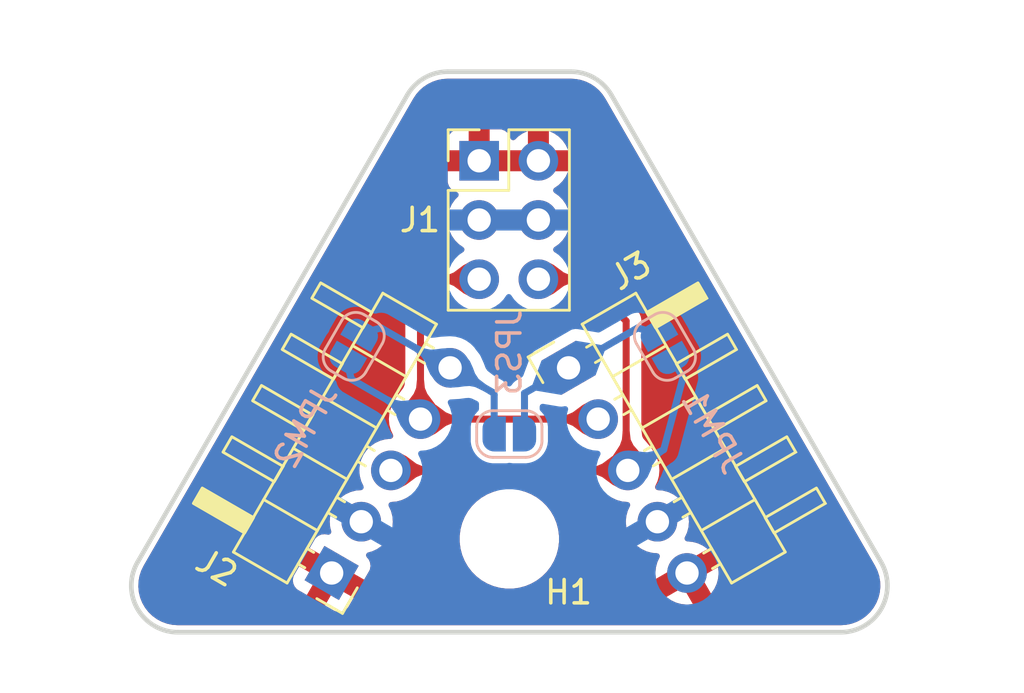
<source format=kicad_pcb>
(kicad_pcb (version 20240108) (generator "pcbnew") (generator_version "8.0")
  (layers (0 "F.Cu" signal) (31 "B.Cu" signal) (34 "B.Paste" user) (35 "F.Paste" user) (36 "B.SilkS" user "B.Silkscreen") (37 "F.SilkS" user "F.Silkscreen") (38 "B.Mask" user) (39 "F.Mask" user) (44 "Edge.Cuts" user))
  (net 0 "")
  (net 1 "DATA_OUT")
  (net 2 "+12V")
  (net 3 "GND")
  (net 4 "DATA_IN")
  (net 5 "DATA_LED_OUT")
  (net 6 "DATA_LED_IN")
  (footprint "User_Footprints:PinHeader_1x05_P2.54mm_Horizontal_short_Silk" (layer "F.Cu") (at 186.181996 74.957184 30)
    (property "Reference" "J3" (at 4.385 -2.27 30) (layer "F.SilkS") (effects (font (thickness 0.153))))
    (property "Value" "Conn_01x05")
    (fp_line (start -1.27 -1.27) (end 0 -1.27) (stroke (width 0.12)) (layer "F.SilkS"))
    (fp_line (start -1.27 0) (end -1.27 -1.27) (stroke (width 0.12)) (layer "F.SilkS"))
    (fp_line (start 1.44 -1.33) (end 1.44 11.49) (stroke (width 0.12)) (layer "F.SilkS"))
    (fp_line (start 1.11 -0.38) (end 1.440001 -0.38) (stroke (width 0.12)) (layer "F.SilkS"))
    (fp_line (start 1.11 0.38) (end 1.44 0.380001) (stroke (width 0.12)) (layer "F.SilkS"))
    (fp_line (start 1.44 1.27) (end 4.1 1.27) (stroke (width 0.12)) (layer "F.SilkS"))
    (fp_line (start 1.042929 2.16) (end 1.44 2.16) (stroke (width 0.12)) (layer "F.SilkS"))
    (fp_line (start 1.042929 2.92) (end 1.44 2.92) (stroke (width 0.12)) (layer "F.SilkS"))
    (fp_line (start 4.1 -1.33) (end 1.44 -1.33) (stroke (width 0.12)) (layer "F.SilkS"))
    (fp_line (start 1.44 3.81) (end 4.1 3.81) (stroke (width 0.12)) (layer "F.SilkS"))
    (fp_line (start 1.042929 4.7) (end 1.440001 4.7) (stroke (width 0.12)) (layer "F.SilkS"))
    (fp_line (start 1.042929 5.46) (end 1.44 5.46) (stroke (width 0.12)) (layer "F.SilkS"))
    (fp_line (start 1.440001 6.35) (end 4.1 6.35) (stroke (width 0.12)) (layer "F.SilkS"))
    (fp_line (start 1.042929 7.24) (end 1.44 7.24) (stroke (width 0.12)) (layer "F.SilkS"))
    (fp_line (start 1.042929 8) (end 1.44 8) (stroke (width 0.12)) (layer "F.SilkS"))
    (fp_line (start 1.44 8.89) (end 4.1 8.89) (stroke (width 0.12)) (layer "F.SilkS"))
    (fp_line (start 1.042929 9.78) (end 1.440001 9.78) (stroke (width 0.12)) (layer "F.SilkS"))
    (fp_line (start 1.042929 10.54) (end 1.44 10.54) (stroke (width 0.12)) (layer "F.SilkS"))
    (fp_line (start 1.44 11.49) (end 4.1 11.49) (stroke (width 0.12)) (layer "F.SilkS"))
    (fp_line (start 4.1 11.49) (end 4.1 -1.33) (stroke (width 0.12)) (layer "F.SilkS"))
    (fp_poly (pts (xy 4.0894 -0.381) (xy 6.6294 -0.381) (xy 6.6294 0.381) (xy 4.0894 0.381)) (stroke (width 0.12)) (fill solid) (layer "F.SilkS"))
    (fp_poly (pts (xy 4.0894 2.159) (xy 6.6294 2.159) (xy 6.6294 2.921) (xy 4.0894 2.921)) (stroke (width 0.12)) (fill none) (layer "F.SilkS"))
    (fp_poly (pts (xy 4.0894 4.699) (xy 6.6294 4.699) (xy 6.6294 5.461) (xy 4.0894 5.461)) (stroke (width 0.12)) (fill none) (layer "F.SilkS"))
    (fp_poly (pts (xy 4.0894 7.239) (xy 6.6294 7.239) (xy 6.6294 8.001) (xy 4.0894 8.001)) (stroke (width 0.12)) (fill none) (layer "F.SilkS"))
    (fp_poly (pts (xy 4.0894 9.778999) (xy 6.6294 9.779) (xy 6.6294 10.541) (xy 4.0894 10.541)) (stroke (width 0.12)) (fill none) (layer "F.SilkS"))
    (pad "1" thru_hole rect (at 0 0 30) (size 1.7 1.7) (drill 1) (layers "*.Cu" "*.Mask") (net 6 "DATA_LED_IN"))
    (pad "2" thru_hole oval (at 0 2.54 30) (size 1.7 1.7) (drill 1) (layers "*.Cu" "*.Mask") (net 1 "DATA_OUT"))
    (pad "3" thru_hole oval (at 0 5.08 30) (size 1.7 1.7) (drill 1) (layers "*.Cu" "*.Mask") (net 4 "DATA_IN"))
    (pad "4" thru_hole oval (at 0 7.62 30) (size 1.7 1.7) (drill 1) (layers "*.Cu" "*.Mask") (net 3 "GND"))
    (pad "5" thru_hole oval (at 0 10.16 30) (size 1.7 1.7) (drill 1) (layers "*.Cu" "*.Mask") (net 2 "+12V"))
  )
  (footprint "MountingHole:MountingHole_3.2mm_M3" (layer "F.Cu") (at 183.642 82.296)
    (property "Reference" "H1" (at 2.54 2.286 0) (layer "F.SilkS") (effects (font (thickness 0.153))))
    (property "Value" "MountingHole")
    (pad "" np_thru_hole circle (at 0 0) (size 3.6 3.6) (drill 3.6) (layers "F&B.Cu" "*.Mask"))
  )
  (footprint "User_Footprints:PinHeader_1x05_P2.54mm_Horizontal_short_Silk" (layer "F.Cu") (at 176.021997 83.756001 150)
    (property "Reference" "J2" (at 4.384999 -2.27 150) (layer "F.SilkS") (effects (font (thickness 0.153))))
    (property "Value" "Conn_01x05")
    (fp_line (start 4.1 -1.33) (end 1.44 -1.33) (stroke (width 0.12)) (layer "F.SilkS"))
    (fp_line (start 1.44 -1.33) (end 1.44 11.49) (stroke (width 0.12)) (layer "F.SilkS"))
    (fp_line (start 1.11 -0.38) (end 1.44 -0.380001) (stroke (width 0.12)) (layer "F.SilkS"))
    (fp_line (start 1.11 0.38) (end 1.440001 0.38) (stroke (width 0.12)) (layer "F.SilkS"))
    (fp_line (start 1.44 1.27) (end 4.1 1.27) (stroke (width 0.12)) (layer "F.SilkS"))
    (fp_line (start 1.042929 2.16) (end 1.44 2.16) (stroke (width 0.12)) (layer "F.SilkS"))
    (fp_line (start -1.27 -1.27) (end 0 -1.27) (stroke (width 0.12)) (layer "F.SilkS"))
    (fp_line (start 1.042929 2.92) (end 1.44 2.92) (stroke (width 0.12)) (layer "F.SilkS"))
    (fp_line (start 1.44 3.81) (end 4.1 3.81) (stroke (width 0.12)) (layer "F.SilkS"))
    (fp_line (start -1.27 0) (end -1.27 -1.27) (stroke (width 0.12)) (layer "F.SilkS"))
    (fp_line (start 1.042929 4.7) (end 1.44 4.699999) (stroke (width 0.12)) (layer "F.SilkS"))
    (fp_line (start 1.042929 5.46) (end 1.440001 5.46) (stroke (width 0.12)) (layer "F.SilkS"))
    (fp_line (start 1.44 6.35) (end 4.1 6.35) (stroke (width 0.12)) (layer "F.SilkS"))
    (fp_line (start 4.1 11.49) (end 4.1 -1.33) (stroke (width 0.12)) (layer "F.SilkS"))
    (fp_line (start 1.042929 7.24) (end 1.44 7.24) (stroke (width 0.12)) (layer "F.SilkS"))
    (fp_line (start 1.042929 8) (end 1.44 8) (stroke (width 0.12)) (layer "F.SilkS"))
    (fp_line (start 1.44 8.89) (end 4.1 8.89) (stroke (width 0.12)) (layer "F.SilkS"))
    (fp_line (start 1.042929 9.78) (end 1.44 9.779999) (stroke (width 0.12)) (layer "F.SilkS"))
    (fp_line (start 1.042929 10.54) (end 1.44 10.54) (stroke (width 0.12)) (layer "F.SilkS"))
    (fp_line (start 1.44 11.49) (end 4.1 11.49) (stroke (width 0.12)) (layer "F.SilkS"))
    (fp_poly (pts (xy 4.0894 -0.381) (xy 6.6294 -0.381) (xy 6.6294 0.381) (xy 4.0894 0.381)) (stroke (width 0.12)) (fill solid) (layer "F.SilkS"))
    (fp_poly (pts (xy 4.0894 2.159) (xy 6.6294 2.159) (xy 6.6294 2.921) (xy 4.0894 2.921)) (stroke (width 0.12)) (fill none) (layer "F.SilkS"))
    (fp_poly (pts (xy 4.0894 4.699) (xy 6.6294 4.699) (xy 6.6294 5.461) (xy 4.0894 5.461)) (stroke (width 0.12)) (fill none) (layer "F.SilkS"))
    (fp_poly (pts (xy 4.0894 7.239) (xy 6.6294 7.239) (xy 6.6294 8.001) (xy 4.0894 8.001)) (stroke (width 0.12)) (fill none) (layer "F.SilkS"))
    (fp_poly (pts (xy 4.0894 9.779) (xy 6.6294 9.779) (xy 6.6294 10.541) (xy 4.0894 10.541)) (stroke (width 0.12)) (fill none) (layer "F.SilkS"))
    (pad "1" thru_hole rect (at 0 0 150) (size 1.7 1.7) (drill 1) (layers "*.Cu" "*.Mask") (net 2 "+12V"))
    (pad "2" thru_hole oval (at 0 2.54 150) (size 1.7 1.7) (drill 1) (layers "*.Cu" "*.Mask") (net 3 "GND"))
    (pad "3" thru_hole oval (at 0 5.08 150) (size 1.7 1.7) (drill 1) (layers "*.Cu" "*.Mask") (net 4 "DATA_IN"))
    (pad "4" thru_hole oval (at 0 7.62 150) (size 1.7 1.7) (drill 1) (layers "*.Cu" "*.Mask") (net 1 "DATA_OUT"))
    (pad "5" thru_hole oval (at 0 10.16 150) (size 1.7 1.7) (drill 1) (layers "*.Cu" "*.Mask") (net 5 "DATA_LED_OUT"))
  )
  (footprint "Connector_PinHeader_2.54mm:PinHeader_2x03_P2.54mm_Vertical" (layer "F.Cu") (at 182.348566 66.077182)
    (property "Reference" "J1" (at -2.54 2.54 0) (layer "F.SilkS") (effects (font (thickness 0.153))))
    (property "Value" "Conn_02x03_Odd_Even")
    (fp_line (start -1.33 -1.33) (end 0 -1.33) (stroke (width 0.12)) (layer "F.SilkS"))
    (fp_line (start -1.33 0) (end -1.33 -1.33) (stroke (width 0.12)) (layer "F.SilkS"))
    (fp_line (start -1.33 1.270001) (end -1.33 6.409999) (stroke (width 0.12)) (layer "F.SilkS"))
    (fp_line (start -1.33 1.270001) (end 1.27 1.27) (stroke (width 0.12)) (layer "F.SilkS"))
    (fp_line (start -1.33 6.409999) (end 3.87 6.41) (stroke (width 0.12)) (layer "F.SilkS"))
    (fp_line (start 1.27 1.27) (end 1.270001 -1.33) (stroke (width 0.12)) (layer "F.SilkS"))
    (fp_line (start 1.270001 -1.33) (end 3.87 -1.33) (stroke (width 0.12)) (layer "F.SilkS"))
    (fp_line (start 3.87 -1.33) (end 3.87 6.41) (stroke (width 0.12)) (layer "F.SilkS"))
    (pad "1" thru_hole rect (at 0 0) (size 1.7 1.7) (drill 1) (layers "*.Cu" "*.Mask") (net 2 "+12V"))
    (pad "2" thru_hole oval (at 2.54 0) (size 1.7 1.7) (drill 1) (layers "*.Cu" "*.Mask") (net 2 "+12V"))
    (pad "3" thru_hole oval (at 0 2.54) (size 1.7 1.7) (drill 1) (layers "*.Cu" "*.Mask") (net 3 "GND"))
    (pad "4" thru_hole oval (at 2.54 2.540001) (size 1.7 1.7) (drill 1) (layers "*.Cu" "*.Mask") (net 3 "GND"))
    (pad "5" thru_hole oval (at -0.000001 5.079999) (size 1.7 1.7) (drill 1) (layers "*.Cu" "*.Mask") (net 1 "DATA_OUT"))
    (pad "6" thru_hole oval (at 2.54 5.08) (size 1.7 1.7) (drill 1) (layers "*.Cu" "*.Mask") (net 4 "DATA_IN"))
  )
  (footprint "Jumper:SolderJumper-2_P1.3mm_Open_RoundedPad1.0x1.5mm" (layer "B.Cu") (at 183.641996 77.796002)
    (property "Reference" "JPS3" (at 0 -3.5 90) (layer "B.SilkS") (effects (font (thickness 0.153)) (justify mirror)))
    (property "Value" "SolderJumper_2_Open")
    (fp_line (start -1.400001 0.3) (end -1.4 -0.300001) (stroke (width 0.12)) (layer "B.SilkS"))
    (fp_line (start -0.7 -1) (end 0.7 -1) (stroke (width 0.12)) (layer "B.SilkS"))
    (fp_line (start 0.7 1) (end -0.7 1) (stroke (width 0.12)) (layer "B.SilkS"))
    (fp_line (start 1.400001 -0.3) (end 1.4 0.300001) (stroke (width 0.12)) (layer "B.SilkS"))
    (fp_arc (start -1.4 -0.300001) (mid -1.194975 -0.794975) (end -0.7 -1) (stroke (width 0.12)) (layer "B.SilkS"))
    (fp_arc (start -0.7 1) (mid -1.194975 0.794975) (end -1.400001 0.3) (stroke (width 0.12)) (layer "B.SilkS"))
    (fp_arc (start 0.7 -1) (mid 1.194975 -0.794975) (end 1.400001 -0.3) (stroke (width 0.12)) (layer "B.SilkS"))
    (fp_arc (start 1.4 0.300001) (mid 1.194974 0.794975) (end 0.7 1) (stroke (width 0.12)) (layer "B.SilkS"))
    (pad "1" smd custom (at -0.649999 -0.000001) (size 1 0.5) (layers "B.Cu" "B.Mask") (net 5 "DATA_LED_OUT") (options (clearance outline) (anchor rect)) (primitives (gr_circle (center 0 -0.25) (end 0.5 -0.25) (width 0) (fill yes)) (gr_circle (center 0 0.25) (end 0.5 0.25) (width 0) (fill yes)) (gr_poly (pts (xy 0.5 -0.75) (xy 0 -0.75) (xy 0 0.75) (xy 0.5 0.75)) (width 0) (fill yes))))
    (pad "2" smd custom (at 0.649999 0.000001) (size 1 0.5) (layers "B.Cu" "B.Mask") (net 6 "DATA_LED_IN") (options (clearance outline) (anchor rect)) (primitives (gr_circle (center 0 -0.25) (end 0.5 -0.25) (width 0) (fill yes)) (gr_circle (center 0 0.25) (end 0.5 0.25) (width 0) (fill yes)) (gr_poly (pts (xy 0 -0.75) (xy -0.5 -0.75) (xy -0.5 0.75) (xy 0 0.75)) (width 0) (fill yes))))
  )
  (footprint "Jumper:SolderJumper-2_P1.3mm_Open_RoundedPad1.0x1.5mm" (layer "B.Cu") (at 190.315741 74.037033 120)
    (property "Reference" "JPM1" (at -4.201565 -0.032166 120) (layer "B.SilkS") (effects (font (thickness 0.153)) (justify mirror)))
    (property "Value" "SolderJumper_2_Open")
    (fp_line (start 1.400001 -0.3) (end 1.4 0.300001) (stroke (width 0.12)) (layer "B.SilkS"))
    (fp_line (start -0.7 -1) (end 0.7 -1) (stroke (width 0.12)) (layer "B.SilkS"))
    (fp_line (start 0.7 1) (end -0.7 1) (stroke (width 0.12)) (layer "B.SilkS"))
    (fp_line (start -1.400001 0.3) (end -1.4 -0.300001) (stroke (width 0.12)) (layer "B.SilkS"))
    (fp_arc (start 0.7 -1) (mid 1.194974 -0.794974) (end 1.400001 -0.3) (stroke (width 0.12)) (layer "B.SilkS"))
    (fp_arc (start 1.4 0.300001) (mid 1.194975 0.794975) (end 0.7 1) (stroke (width 0.12)) (layer "B.SilkS"))
    (fp_arc (start -1.4 -0.300001) (mid -1.194975 -0.794975) (end -0.7 -1) (stroke (width 0.12)) (layer "B.SilkS"))
    (fp_arc (start -0.7 1) (mid -1.194972 0.794972) (end -1.400001 0.3) (stroke (width 0.12)) (layer "B.SilkS"))
    (pad "1" smd custom (at -0.65 0 120) (size 1 0.5) (layers "B.Cu" "B.Mask") (net 4 "DATA_IN") (options (clearance outline) (anchor rect)) (primitives (gr_circle (center 0 -0.25) (end 0.5 -0.25) (width 0) (fill yes)) (gr_circle (center 0 0.25) (end 0.5 0.25) (width 0) (fill yes)) (gr_poly (pts (xy 0.5 -0.75) (xy 0 -0.75) (xy 0 0.75) (xy 0.5 0.75)) (width 0) (fill yes))))
    (pad "2" smd custom (at 0.65 0 120) (size 1 0.5) (layers "B.Cu" "B.Mask") (net 6 "DATA_LED_IN") (options (clearance outline) (anchor rect)) (primitives (gr_circle (center 0 -0.25) (end 0.5 -0.25) (width 0) (fill yes)) (gr_circle (center 0 0.25) (end 0.5 0.25) (width 0) (fill yes)) (gr_poly (pts (xy 0 -0.75) (xy -0.5 -0.75) (xy -0.5 0.75) (xy 0 0.75)) (width 0) (fill yes))))
  )
  (footprint "Jumper:SolderJumper-2_P1.3mm_Open_RoundedPad1.0x1.5mm" (layer "B.Cu") (at 176.968256 74.037037 -120)
    (property "Reference" "JPM2" (at 3.986364 0.079095 60) (layer "B.SilkS") (effects (font (thickness 0.153)) (justify mirror)))
    (property "Value" "SolderJumper_2_Open")
    (fp_line (start 0.7 1) (end -0.7 1) (stroke (width 0.12)) (layer "B.SilkS"))
    (fp_line (start 1.4 -0.300001) (end 1.400001 0.3) (stroke (width 0.12)) (layer "B.SilkS"))
    (fp_line (start -1.4 0.300001) (end -1.400001 -0.3) (stroke (width 0.12)) (layer "B.SilkS"))
    (fp_line (start -0.7 -1) (end 0.7 -1) (stroke (width 0.12)) (layer "B.SilkS"))
    (fp_arc (start 1.400001 0.3) (mid 1.194975 0.794975) (end 0.7 1) (stroke (width 0.12)) (layer "B.SilkS"))
    (fp_arc (start -0.7 1) (mid -1.194975 0.794975) (end -1.4 0.300001) (stroke (width 0.12)) (layer "B.SilkS"))
    (fp_arc (start 0.7 -1) (mid 1.194973 -0.794974) (end 1.4 -0.300001) (stroke (width 0.12)) (layer "B.SilkS"))
    (fp_arc (start -1.400001 -0.3) (mid -1.194975 -0.794975) (end -0.7 -1) (stroke (width 0.12)) (layer "B.SilkS"))
    (pad "1" smd custom (at -0.65 0 240) (size 1 0.5) (layers "B.Cu" "B.Mask") (net 5 "DATA_LED_OUT") (options (clearance outline) (anchor rect)) (primitives (gr_circle (center 0 -0.25) (end 0.5 -0.25) (width 0) (fill yes)) (gr_circle (center 0 0.25) (end 0.5 0.25) (width 0) (fill yes)) (gr_poly (pts (xy 0.5 -0.75) (xy 0 -0.75) (xy 0 0.75) (xy 0.5 0.75)) (width 0) (fill yes))))
    (pad "2" smd custom (at 0.65 0 240) (size 1 0.5) (layers "B.Cu" "B.Mask") (net 1 "DATA_OUT") (options (clearance outline) (anchor rect)) (primitives (gr_circle (center 0 -0.25) (end 0.5 -0.25) (width 0) (fill yes)) (gr_circle (center 0 0.25) (end 0.5 0.25) (width 0) (fill yes)) (gr_poly (pts (xy 0 -0.75) (xy -0.5 -0.75) (xy -0.5 0.75) (xy 0 0.75)) (width 0) (fill yes))))
  )
  (gr_arc (start 179.266026 63.257178) (mid 179.998073 62.525129) (end 180.998066 62.257184) (stroke (width 0.2)) (layer "Edge.Cuts"))
  (gr_line (start 179.266026 63.257178) (end 167.696616 83.295982) (stroke (width 0.2)) (layer "Edge.Cuts"))
  (gr_line (start 186.285919 62.257184) (end 180.998066 62.257184) (stroke (width 0.2)) (layer "Edge.Cuts"))
  (gr_line (start 199.587389 83.296001) (end 188.017972 63.257183) (stroke (width 0.2)) (layer "Edge.Cuts"))
  (gr_arc (start 199.587389 83.296001) (mid 199.587383 85.29601) (end 197.855335 86.296002) (stroke (width 0.2)) (layer "Edge.Cuts"))
  (gr_arc (start 186.285919 62.257184) (mid 187.285892 62.525168) (end 188.017972 63.257183) (stroke (width 0.2)) (layer "Edge.Cuts"))
  (gr_line (start 169.428698 86.296003) (end 197.855335 86.296002) (stroke (width 0.2)) (layer "Edge.Cuts"))
  (gr_arc (start 169.428698 86.296003) (mid 167.696559 85.296023) (end 167.696648 83.296001) (stroke (width 0.2)) (layer "Edge.Cuts"))
  (segment (start 180.387387 71.157181) (end 179.831997 71.712571) (width 0.3) (layer "F.Cu") (net 1))
  (segment (start 179.831997 71.712571) (end 179.831997 77.156887) (width 0.3) (layer "F.Cu") (net 1))
  (segment (start 182.348565 71.157181) (end 180.387387 71.157181) (width 0.3) (layer "F.Cu") (net 1))
  (segment (start 187.451996 77.156888) (end 179.831998 77.156889) (width 0.3) (layer "F.Cu") (net 1))
  (segment (start 179.831998 77.156889) (end 176.87019 75.446889) (width 0.3) (layer "B.Cu") (net 1))
  (segment (start 176.87019 75.446889) (end 176.643255 74.599951) (width 0.3) (layer "B.Cu") (net 1))
  (segment (start 186.859748 71.157182) (end 188.651996 72.94943) (width 0.3) (layer "F.Cu") (net 4))
  (segment (start 184.888566 71.157182) (end 186.859748 71.157182) (width 0.3) (layer "F.Cu") (net 4))
  (segment (start 188.651996 79.286589) (end 188.581993 79.356592) (width 0.3) (layer "F.Cu") (net 4))
  (segment (start 188.581993 79.356592) (end 178.561997 79.356592) (width 0.3) (layer "F.Cu") (net 4))
  (segment (start 188.651996 72.94943) (end 188.651996 79.286589) (width 0.3) (layer "F.Cu") (net 4))
  (segment (start 190.640741 74.599951) (end 191.089741 75.377641) (width 0.3) (layer "B.Cu") (net 4))
  (segment (start 190.261792 78.467591) (end 188.721997 79.35659) (width 0.3) (layer "B.Cu") (net 4))
  (segment (start 191.089741 75.377641) (end 190.261792 78.467591) (width 0.3) (layer "B.Cu") (net 4))
  (segment (start 182.991997 77.796001) (end 182.991997 76.116003) (width 0.3) (layer "B.Cu") (net 5))
  (segment (start 178.140188 73.247183) (end 177.293255 73.47412) (width 0.3) (layer "B.Cu") (net 5))
  (segment (start 182.831996 75.956002) (end 182.970562 76.036003) (width 0.3) (layer "B.Cu") (net 5))
  (segment (start 181.101997 74.957186) (end 182.831996 75.956002) (width 0.3) (layer "B.Cu") (net 5))
  (segment (start 181.101999 74.957184) (end 178.140188 73.247183) (width 0.3) (layer "B.Cu") (net 5))
  (segment (start 182.970562 76.036003) (end 182.991997 76.116003) (width 0.3) (layer "B.Cu") (net 5))
  (segment (start 184.291995 76.049011) (end 184.293498 76.047508) (width 0.3) (layer "B.Cu") (net 6))
  (segment (start 184.291996 77.796003) (end 184.291995 76.049011) (width 0.3) (layer "B.Cu") (net 6))
  (segment (start 186.181996 74.957184) (end 189.143804 73.247183) (width 0.3) (layer "B.Cu") (net 6))
  (segment (start 189.143804 73.247183) (end 189.99074 73.474117) (width 0.3) (layer "B.Cu") (net 6))
  (segment (start 186.181996 74.957184) (end 184.293498 76.047508) (width 0.3) (layer "B.Cu") (net 6))
  (zone (net 2) (net_name "+12V") (layer "F.Cu") (connect_pads (clearance 0.5)) (min_thickness 0.25) (fill yes (thermal_gap 0.5) (thermal_bridge_width 0.9))
    (polygon (pts (xy 162.559997 88.138001) (xy 162.559997 59.944001) (xy 204.977997 59.944002) (xy 204.978 88.138001)))
  )
  (zone (net 3) (net_name "GND") (layer "B.Cu") (priority 1) (connect_pads (clearance 0.5)) (min_thickness 0.25) (fill yes (thermal_gap 0.5) (thermal_bridge_width 0.9))
    (polygon (pts (xy 161.797998 88.900002) (xy 161.797998 59.182002) (xy 205.739996 59.182003) (xy 205.739996 88.900003)))
  )
)
</source>
